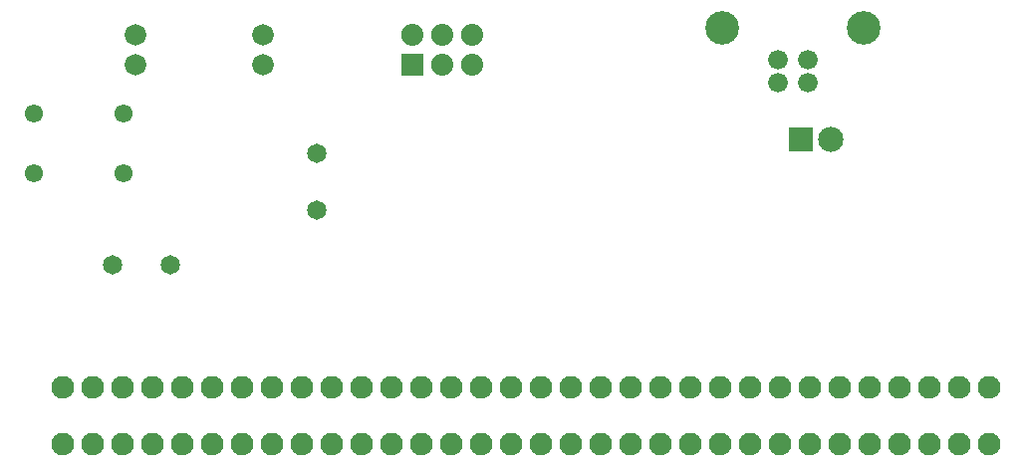
<source format=gbr>
G04 #@! TF.GenerationSoftware,KiCad,Pcbnew,(2017-02-04 revision 9a6e5734b)-master*
G04 #@! TF.CreationDate,2017-03-24T17:35:15+01:00*
G04 #@! TF.ProjectId,mega-prog,6D6567612D70726F672E6B696361645F,Proto 1*
G04 #@! TF.FileFunction,Soldermask,Bot*
G04 #@! TF.FilePolarity,Negative*
%FSLAX46Y46*%
G04 Gerber Fmt 4.6, Leading zero omitted, Abs format (unit mm)*
G04 Created by KiCad (PCBNEW (2017-02-04 revision 9a6e5734b)-master) date Fri Mar 24 17:35:15 2017*
%MOMM*%
%LPD*%
G01*
G04 APERTURE LIST*
%ADD10C,0.100000*%
%ADD11C,1.676400*%
%ADD12C,2.852420*%
%ADD13C,1.549400*%
%ADD14C,1.930400*%
%ADD15C,1.828800*%
%ADD16C,1.653540*%
%ADD17R,2.151380X2.151380*%
%ADD18C,2.151380*%
%ADD19R,1.879600X1.879600*%
%ADD20O,1.879600X1.879600*%
G04 APERTURE END LIST*
D10*
D11*
X168275000Y-72644000D03*
X170815000Y-72644000D03*
X170815000Y-70645020D03*
X168275000Y-70645020D03*
D12*
X163545520Y-67945000D03*
X175544480Y-67945000D03*
D13*
X104993294Y-80320142D03*
X104993294Y-75240142D03*
X112613294Y-80320142D03*
X112613294Y-75240142D03*
D14*
X107442000Y-103378000D03*
X109982000Y-103378000D03*
X112522000Y-103378000D03*
X115062000Y-103378000D03*
X117602000Y-103378000D03*
X120142000Y-103378000D03*
X122682000Y-103378000D03*
X125222000Y-103378000D03*
X127762000Y-103378000D03*
X130302000Y-103378000D03*
X132842000Y-103378000D03*
X135382000Y-103378000D03*
X137922000Y-103378000D03*
X140462000Y-103378000D03*
X143002000Y-103378000D03*
X145542000Y-103378000D03*
X148082000Y-103378000D03*
X150622000Y-103378000D03*
X153162000Y-103378000D03*
X155702000Y-103378000D03*
X158242000Y-103378000D03*
X160782000Y-103378000D03*
X163322000Y-103378000D03*
X165862000Y-103378000D03*
X168402000Y-103378000D03*
X170942000Y-103378000D03*
X173482000Y-103378000D03*
X176022000Y-103378000D03*
X178562000Y-103378000D03*
X181102000Y-103378000D03*
X183642000Y-103378000D03*
X186182000Y-103378000D03*
X115062000Y-98552000D03*
X107442000Y-98552000D03*
X109982000Y-98552000D03*
X112522000Y-98552000D03*
X117602000Y-98552000D03*
X127762000Y-98552000D03*
X120142000Y-98552000D03*
X122682000Y-98552000D03*
X125222000Y-98552000D03*
X130302000Y-98552000D03*
X132842000Y-98552000D03*
X143002000Y-98552000D03*
X135382000Y-98552000D03*
X137922000Y-98552000D03*
X140462000Y-98552000D03*
X145542000Y-98552000D03*
X148082000Y-98552000D03*
X170942000Y-98552000D03*
X173482000Y-98552000D03*
X176022000Y-98552000D03*
X178562000Y-98552000D03*
X181102000Y-98552000D03*
X183642000Y-98552000D03*
X168402000Y-98552000D03*
X186182000Y-98552000D03*
X150622000Y-98552000D03*
X153162000Y-98552000D03*
X155702000Y-98552000D03*
X158242000Y-98552000D03*
X160782000Y-98552000D03*
X163322000Y-98552000D03*
X165862000Y-98552000D03*
D15*
X124460000Y-68580000D03*
X124460000Y-71120000D03*
X113665000Y-68580000D03*
X113665000Y-71120000D03*
D16*
X129032000Y-83466940D03*
X129032000Y-78585060D03*
D17*
X170180000Y-77470000D03*
D18*
X172720000Y-77470000D03*
D19*
X137160000Y-71120000D03*
D20*
X137160000Y-68580000D03*
X139700000Y-71120000D03*
X139700000Y-68580000D03*
X142240000Y-71120000D03*
X142240000Y-68580000D03*
D16*
X111732060Y-88087200D03*
X116613940Y-88087200D03*
M02*

</source>
